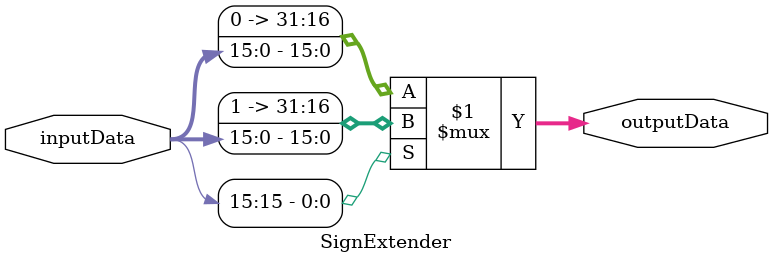
<source format=v>
module SignExtender
(
    input [15:0] inputData,
    output [31:0] outputData
);
    assign outputData = inputData[15] ? {16'b1111111111111111, inputData} : {16'b0000000000000000, inputData};
endmodule
</source>
